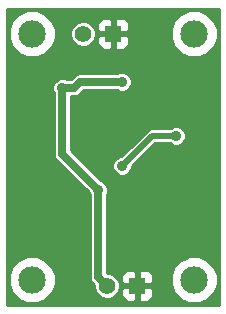
<source format=gbl>
G04 (created by PCBNEW (2014-01-10 BZR 4027)-stable) date sab 21 mar 2015 15:48:28 CET*
%MOIN*%
G04 Gerber Fmt 3.4, Leading zero omitted, Abs format*
%FSLAX34Y34*%
G01*
G70*
G90*
G04 APERTURE LIST*
%ADD10C,0.00590551*%
%ADD11R,0.055X0.055*%
%ADD12C,0.055*%
%ADD13C,0.0912598*%
%ADD14C,0.035*%
%ADD15C,0.027126*%
%ADD16C,0.019252*%
%ADD17C,0.01*%
G04 APERTURE END LIST*
G54D10*
G54D11*
X57900Y-28000D03*
G54D12*
X56900Y-28000D03*
G54D11*
X57100Y-19600D03*
G54D12*
X56100Y-19600D03*
G54D13*
X59800Y-19600D03*
X54400Y-19600D03*
X59800Y-27800D03*
X54400Y-27800D03*
G54D14*
X56600Y-24800D03*
X55400Y-21400D03*
X57400Y-21200D03*
X59200Y-23000D03*
X57400Y-24000D03*
G54D15*
X56600Y-24800D02*
X56600Y-27700D01*
X56600Y-27700D02*
X56900Y-28000D01*
X55400Y-23600D02*
X55400Y-21400D01*
X56600Y-24800D02*
X55400Y-23600D01*
X55800Y-21400D02*
X55400Y-21400D01*
X56000Y-21200D02*
X55800Y-21400D01*
X57400Y-21200D02*
X56000Y-21200D01*
G54D16*
X58400Y-23000D02*
X59200Y-23000D01*
X57400Y-24000D02*
X58400Y-23000D01*
G54D10*
G36*
X60640Y-28640D02*
X60582Y-28640D01*
X60582Y-27645D01*
X60582Y-19445D01*
X60463Y-19157D01*
X60243Y-18937D01*
X59956Y-18817D01*
X59645Y-18817D01*
X59357Y-18936D01*
X59137Y-19156D01*
X59017Y-19443D01*
X59017Y-19754D01*
X59136Y-20042D01*
X59356Y-20262D01*
X59643Y-20382D01*
X59954Y-20382D01*
X60242Y-20263D01*
X60462Y-20043D01*
X60582Y-19756D01*
X60582Y-19445D01*
X60582Y-27645D01*
X60463Y-27357D01*
X60243Y-27137D01*
X59956Y-27017D01*
X59645Y-27017D01*
X59525Y-27067D01*
X59525Y-22935D01*
X59475Y-22816D01*
X59384Y-22724D01*
X59264Y-22675D01*
X59135Y-22674D01*
X59016Y-22724D01*
X58986Y-22753D01*
X58400Y-22753D01*
X58305Y-22772D01*
X58279Y-22790D01*
X58225Y-22825D01*
X57725Y-23326D01*
X57725Y-21135D01*
X57675Y-21016D01*
X57625Y-20965D01*
X57625Y-19825D01*
X57625Y-19374D01*
X57624Y-19275D01*
X57586Y-19183D01*
X57516Y-19112D01*
X57424Y-19074D01*
X57212Y-19075D01*
X57150Y-19137D01*
X57150Y-19550D01*
X57562Y-19550D01*
X57625Y-19487D01*
X57625Y-19374D01*
X57625Y-19825D01*
X57625Y-19712D01*
X57562Y-19650D01*
X57150Y-19650D01*
X57150Y-20062D01*
X57212Y-20125D01*
X57424Y-20125D01*
X57516Y-20087D01*
X57586Y-20016D01*
X57624Y-19924D01*
X57625Y-19825D01*
X57625Y-20965D01*
X57584Y-20924D01*
X57464Y-20875D01*
X57335Y-20874D01*
X57240Y-20914D01*
X57050Y-20914D01*
X57050Y-20062D01*
X57050Y-19650D01*
X57050Y-19550D01*
X57050Y-19137D01*
X56987Y-19075D01*
X56775Y-19074D01*
X56683Y-19112D01*
X56613Y-19183D01*
X56575Y-19275D01*
X56574Y-19374D01*
X56575Y-19487D01*
X56637Y-19550D01*
X57050Y-19550D01*
X57050Y-19650D01*
X56637Y-19650D01*
X56575Y-19712D01*
X56574Y-19825D01*
X56575Y-19924D01*
X56613Y-20016D01*
X56683Y-20087D01*
X56775Y-20125D01*
X56987Y-20125D01*
X57050Y-20062D01*
X57050Y-20914D01*
X56525Y-20914D01*
X56525Y-19515D01*
X56460Y-19359D01*
X56341Y-19239D01*
X56184Y-19175D01*
X56015Y-19174D01*
X55859Y-19239D01*
X55739Y-19358D01*
X55675Y-19515D01*
X55674Y-19684D01*
X55739Y-19840D01*
X55858Y-19960D01*
X56015Y-20024D01*
X56184Y-20025D01*
X56340Y-19960D01*
X56460Y-19841D01*
X56524Y-19684D01*
X56525Y-19515D01*
X56525Y-20914D01*
X56000Y-20914D01*
X55890Y-20936D01*
X55798Y-20998D01*
X55681Y-21114D01*
X55559Y-21114D01*
X55464Y-21075D01*
X55335Y-21074D01*
X55216Y-21124D01*
X55182Y-21157D01*
X55182Y-19445D01*
X55063Y-19157D01*
X54843Y-18937D01*
X54556Y-18817D01*
X54245Y-18817D01*
X53957Y-18936D01*
X53737Y-19156D01*
X53617Y-19443D01*
X53617Y-19754D01*
X53736Y-20042D01*
X53956Y-20262D01*
X54243Y-20382D01*
X54554Y-20382D01*
X54842Y-20263D01*
X55062Y-20043D01*
X55182Y-19756D01*
X55182Y-19445D01*
X55182Y-21157D01*
X55124Y-21215D01*
X55075Y-21335D01*
X55074Y-21464D01*
X55114Y-21559D01*
X55114Y-23600D01*
X55136Y-23709D01*
X55198Y-23801D01*
X56285Y-24889D01*
X56314Y-24959D01*
X56314Y-27700D01*
X56336Y-27809D01*
X56398Y-27901D01*
X56475Y-27978D01*
X56474Y-28084D01*
X56539Y-28240D01*
X56658Y-28360D01*
X56815Y-28424D01*
X56984Y-28425D01*
X57140Y-28360D01*
X57260Y-28241D01*
X57324Y-28084D01*
X57325Y-27915D01*
X57260Y-27759D01*
X57141Y-27639D01*
X56984Y-27575D01*
X56885Y-27574D01*
X56885Y-24959D01*
X56924Y-24864D01*
X56925Y-24735D01*
X56875Y-24616D01*
X56784Y-24524D01*
X56688Y-24485D01*
X55685Y-23481D01*
X55685Y-21685D01*
X55800Y-21685D01*
X55909Y-21663D01*
X56001Y-21601D01*
X56118Y-21485D01*
X57240Y-21485D01*
X57335Y-21524D01*
X57464Y-21525D01*
X57583Y-21475D01*
X57675Y-21384D01*
X57724Y-21264D01*
X57725Y-21135D01*
X57725Y-23326D01*
X57376Y-23674D01*
X57335Y-23674D01*
X57216Y-23724D01*
X57124Y-23815D01*
X57075Y-23935D01*
X57074Y-24064D01*
X57124Y-24183D01*
X57215Y-24275D01*
X57335Y-24324D01*
X57464Y-24325D01*
X57583Y-24275D01*
X57675Y-24184D01*
X57724Y-24064D01*
X57724Y-24023D01*
X58502Y-23246D01*
X58986Y-23246D01*
X59015Y-23275D01*
X59135Y-23324D01*
X59264Y-23325D01*
X59383Y-23275D01*
X59475Y-23184D01*
X59524Y-23064D01*
X59525Y-22935D01*
X59525Y-27067D01*
X59357Y-27136D01*
X59137Y-27356D01*
X59017Y-27643D01*
X59017Y-27954D01*
X59136Y-28242D01*
X59356Y-28462D01*
X59643Y-28582D01*
X59954Y-28582D01*
X60242Y-28463D01*
X60462Y-28243D01*
X60582Y-27956D01*
X60582Y-27645D01*
X60582Y-28640D01*
X58425Y-28640D01*
X58425Y-28225D01*
X58425Y-27774D01*
X58424Y-27675D01*
X58386Y-27583D01*
X58316Y-27512D01*
X58224Y-27474D01*
X58012Y-27475D01*
X57950Y-27537D01*
X57950Y-27950D01*
X58362Y-27950D01*
X58425Y-27887D01*
X58425Y-27774D01*
X58425Y-28225D01*
X58425Y-28112D01*
X58362Y-28050D01*
X57950Y-28050D01*
X57950Y-28462D01*
X58012Y-28525D01*
X58224Y-28525D01*
X58316Y-28487D01*
X58386Y-28416D01*
X58424Y-28324D01*
X58425Y-28225D01*
X58425Y-28640D01*
X57850Y-28640D01*
X57850Y-28462D01*
X57850Y-28050D01*
X57850Y-27950D01*
X57850Y-27537D01*
X57787Y-27475D01*
X57575Y-27474D01*
X57483Y-27512D01*
X57413Y-27583D01*
X57375Y-27675D01*
X57374Y-27774D01*
X57375Y-27887D01*
X57437Y-27950D01*
X57850Y-27950D01*
X57850Y-28050D01*
X57437Y-28050D01*
X57375Y-28112D01*
X57374Y-28225D01*
X57375Y-28324D01*
X57413Y-28416D01*
X57483Y-28487D01*
X57575Y-28525D01*
X57787Y-28525D01*
X57850Y-28462D01*
X57850Y-28640D01*
X55182Y-28640D01*
X55182Y-27645D01*
X55063Y-27357D01*
X54843Y-27137D01*
X54556Y-27017D01*
X54245Y-27017D01*
X53957Y-27136D01*
X53737Y-27356D01*
X53617Y-27643D01*
X53617Y-27954D01*
X53736Y-28242D01*
X53956Y-28462D01*
X54243Y-28582D01*
X54554Y-28582D01*
X54842Y-28463D01*
X55062Y-28243D01*
X55182Y-27956D01*
X55182Y-27645D01*
X55182Y-28640D01*
X53559Y-28640D01*
X53559Y-18759D01*
X60640Y-18759D01*
X60640Y-28640D01*
X60640Y-28640D01*
G37*
G54D17*
X60640Y-28640D02*
X60582Y-28640D01*
X60582Y-27645D01*
X60582Y-19445D01*
X60463Y-19157D01*
X60243Y-18937D01*
X59956Y-18817D01*
X59645Y-18817D01*
X59357Y-18936D01*
X59137Y-19156D01*
X59017Y-19443D01*
X59017Y-19754D01*
X59136Y-20042D01*
X59356Y-20262D01*
X59643Y-20382D01*
X59954Y-20382D01*
X60242Y-20263D01*
X60462Y-20043D01*
X60582Y-19756D01*
X60582Y-19445D01*
X60582Y-27645D01*
X60463Y-27357D01*
X60243Y-27137D01*
X59956Y-27017D01*
X59645Y-27017D01*
X59525Y-27067D01*
X59525Y-22935D01*
X59475Y-22816D01*
X59384Y-22724D01*
X59264Y-22675D01*
X59135Y-22674D01*
X59016Y-22724D01*
X58986Y-22753D01*
X58400Y-22753D01*
X58305Y-22772D01*
X58279Y-22790D01*
X58225Y-22825D01*
X57725Y-23326D01*
X57725Y-21135D01*
X57675Y-21016D01*
X57625Y-20965D01*
X57625Y-19825D01*
X57625Y-19374D01*
X57624Y-19275D01*
X57586Y-19183D01*
X57516Y-19112D01*
X57424Y-19074D01*
X57212Y-19075D01*
X57150Y-19137D01*
X57150Y-19550D01*
X57562Y-19550D01*
X57625Y-19487D01*
X57625Y-19374D01*
X57625Y-19825D01*
X57625Y-19712D01*
X57562Y-19650D01*
X57150Y-19650D01*
X57150Y-20062D01*
X57212Y-20125D01*
X57424Y-20125D01*
X57516Y-20087D01*
X57586Y-20016D01*
X57624Y-19924D01*
X57625Y-19825D01*
X57625Y-20965D01*
X57584Y-20924D01*
X57464Y-20875D01*
X57335Y-20874D01*
X57240Y-20914D01*
X57050Y-20914D01*
X57050Y-20062D01*
X57050Y-19650D01*
X57050Y-19550D01*
X57050Y-19137D01*
X56987Y-19075D01*
X56775Y-19074D01*
X56683Y-19112D01*
X56613Y-19183D01*
X56575Y-19275D01*
X56574Y-19374D01*
X56575Y-19487D01*
X56637Y-19550D01*
X57050Y-19550D01*
X57050Y-19650D01*
X56637Y-19650D01*
X56575Y-19712D01*
X56574Y-19825D01*
X56575Y-19924D01*
X56613Y-20016D01*
X56683Y-20087D01*
X56775Y-20125D01*
X56987Y-20125D01*
X57050Y-20062D01*
X57050Y-20914D01*
X56525Y-20914D01*
X56525Y-19515D01*
X56460Y-19359D01*
X56341Y-19239D01*
X56184Y-19175D01*
X56015Y-19174D01*
X55859Y-19239D01*
X55739Y-19358D01*
X55675Y-19515D01*
X55674Y-19684D01*
X55739Y-19840D01*
X55858Y-19960D01*
X56015Y-20024D01*
X56184Y-20025D01*
X56340Y-19960D01*
X56460Y-19841D01*
X56524Y-19684D01*
X56525Y-19515D01*
X56525Y-20914D01*
X56000Y-20914D01*
X55890Y-20936D01*
X55798Y-20998D01*
X55681Y-21114D01*
X55559Y-21114D01*
X55464Y-21075D01*
X55335Y-21074D01*
X55216Y-21124D01*
X55182Y-21157D01*
X55182Y-19445D01*
X55063Y-19157D01*
X54843Y-18937D01*
X54556Y-18817D01*
X54245Y-18817D01*
X53957Y-18936D01*
X53737Y-19156D01*
X53617Y-19443D01*
X53617Y-19754D01*
X53736Y-20042D01*
X53956Y-20262D01*
X54243Y-20382D01*
X54554Y-20382D01*
X54842Y-20263D01*
X55062Y-20043D01*
X55182Y-19756D01*
X55182Y-19445D01*
X55182Y-21157D01*
X55124Y-21215D01*
X55075Y-21335D01*
X55074Y-21464D01*
X55114Y-21559D01*
X55114Y-23600D01*
X55136Y-23709D01*
X55198Y-23801D01*
X56285Y-24889D01*
X56314Y-24959D01*
X56314Y-27700D01*
X56336Y-27809D01*
X56398Y-27901D01*
X56475Y-27978D01*
X56474Y-28084D01*
X56539Y-28240D01*
X56658Y-28360D01*
X56815Y-28424D01*
X56984Y-28425D01*
X57140Y-28360D01*
X57260Y-28241D01*
X57324Y-28084D01*
X57325Y-27915D01*
X57260Y-27759D01*
X57141Y-27639D01*
X56984Y-27575D01*
X56885Y-27574D01*
X56885Y-24959D01*
X56924Y-24864D01*
X56925Y-24735D01*
X56875Y-24616D01*
X56784Y-24524D01*
X56688Y-24485D01*
X55685Y-23481D01*
X55685Y-21685D01*
X55800Y-21685D01*
X55909Y-21663D01*
X56001Y-21601D01*
X56118Y-21485D01*
X57240Y-21485D01*
X57335Y-21524D01*
X57464Y-21525D01*
X57583Y-21475D01*
X57675Y-21384D01*
X57724Y-21264D01*
X57725Y-21135D01*
X57725Y-23326D01*
X57376Y-23674D01*
X57335Y-23674D01*
X57216Y-23724D01*
X57124Y-23815D01*
X57075Y-23935D01*
X57074Y-24064D01*
X57124Y-24183D01*
X57215Y-24275D01*
X57335Y-24324D01*
X57464Y-24325D01*
X57583Y-24275D01*
X57675Y-24184D01*
X57724Y-24064D01*
X57724Y-24023D01*
X58502Y-23246D01*
X58986Y-23246D01*
X59015Y-23275D01*
X59135Y-23324D01*
X59264Y-23325D01*
X59383Y-23275D01*
X59475Y-23184D01*
X59524Y-23064D01*
X59525Y-22935D01*
X59525Y-27067D01*
X59357Y-27136D01*
X59137Y-27356D01*
X59017Y-27643D01*
X59017Y-27954D01*
X59136Y-28242D01*
X59356Y-28462D01*
X59643Y-28582D01*
X59954Y-28582D01*
X60242Y-28463D01*
X60462Y-28243D01*
X60582Y-27956D01*
X60582Y-27645D01*
X60582Y-28640D01*
X58425Y-28640D01*
X58425Y-28225D01*
X58425Y-27774D01*
X58424Y-27675D01*
X58386Y-27583D01*
X58316Y-27512D01*
X58224Y-27474D01*
X58012Y-27475D01*
X57950Y-27537D01*
X57950Y-27950D01*
X58362Y-27950D01*
X58425Y-27887D01*
X58425Y-27774D01*
X58425Y-28225D01*
X58425Y-28112D01*
X58362Y-28050D01*
X57950Y-28050D01*
X57950Y-28462D01*
X58012Y-28525D01*
X58224Y-28525D01*
X58316Y-28487D01*
X58386Y-28416D01*
X58424Y-28324D01*
X58425Y-28225D01*
X58425Y-28640D01*
X57850Y-28640D01*
X57850Y-28462D01*
X57850Y-28050D01*
X57850Y-27950D01*
X57850Y-27537D01*
X57787Y-27475D01*
X57575Y-27474D01*
X57483Y-27512D01*
X57413Y-27583D01*
X57375Y-27675D01*
X57374Y-27774D01*
X57375Y-27887D01*
X57437Y-27950D01*
X57850Y-27950D01*
X57850Y-28050D01*
X57437Y-28050D01*
X57375Y-28112D01*
X57374Y-28225D01*
X57375Y-28324D01*
X57413Y-28416D01*
X57483Y-28487D01*
X57575Y-28525D01*
X57787Y-28525D01*
X57850Y-28462D01*
X57850Y-28640D01*
X55182Y-28640D01*
X55182Y-27645D01*
X55063Y-27357D01*
X54843Y-27137D01*
X54556Y-27017D01*
X54245Y-27017D01*
X53957Y-27136D01*
X53737Y-27356D01*
X53617Y-27643D01*
X53617Y-27954D01*
X53736Y-28242D01*
X53956Y-28462D01*
X54243Y-28582D01*
X54554Y-28582D01*
X54842Y-28463D01*
X55062Y-28243D01*
X55182Y-27956D01*
X55182Y-27645D01*
X55182Y-28640D01*
X53559Y-28640D01*
X53559Y-18759D01*
X60640Y-18759D01*
X60640Y-28640D01*
M02*

</source>
